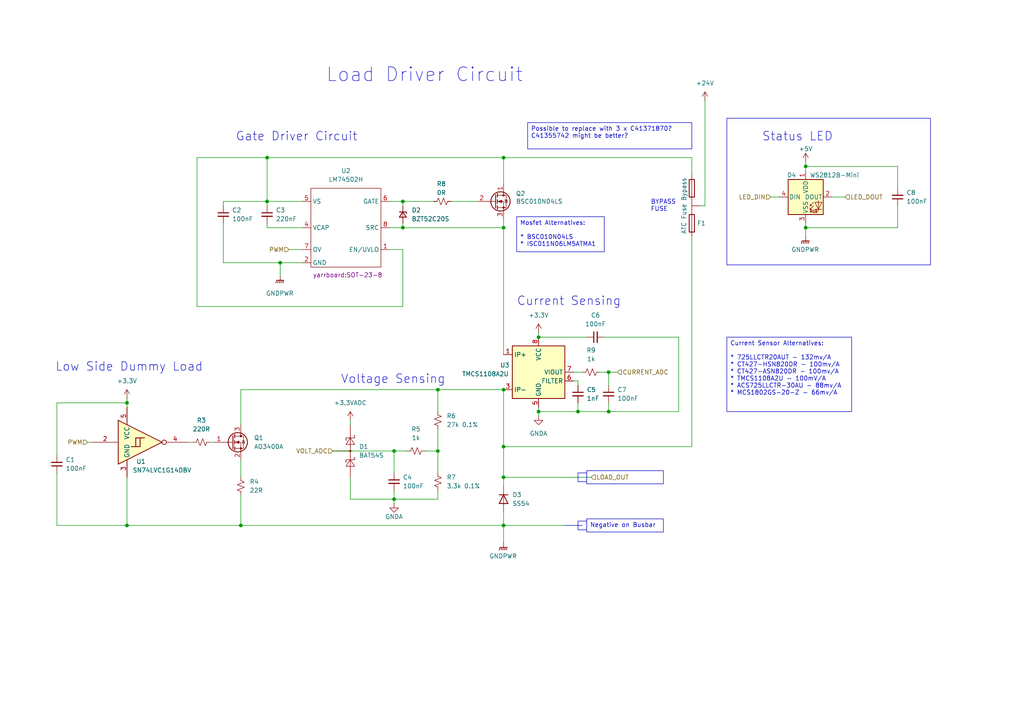
<source format=kicad_sch>
(kicad_sch (version 20250114) (generator "eeschema") (generator_version "9.0")
  (paper "A4")
  (title_block (title "FrothFET 8CH") (date "2024-08-21") (rev "E") (company "https://github.com/hoeken/frothfet"))
  (lib_symbols
    (symbol "74xGxx:SN74LVC1G14DBV"
      (property "Reference" "U" (at 0 3.81 0))
      (property "Value" "SN74LVC1G14DBV" (at 0 -3.81 0))
      (symbol "SN74LVC1G14DBV_0_1"
        (polyline (pts (xy -7.62 6.35) (xy -7.62 -6.35) (xy 5.08 0) (xy -7.62 6.35)) (stroke (width 0.254)) (fill (type background)))
      )
      (symbol "SN74LVC1G14DBV_1_1"
        (polyline (pts (xy -3.81 -1.27) (xy -1.27 -1.27) (xy -1.27 1.27)) (stroke (width 0.254)))
        (polyline (pts (xy -2.54 -1.27) (xy -2.54 1.27) (xy 0 1.27)) (stroke (width 0.254)))
        (pin input line (at -15.24 0 0) (length 7.62) (name "~") (number "2"))
        (pin no_connect line (at -7.62 5.08 180) (length 5.08) (hide yes) (name "NC") (number "1"))
        (pin power_in line (at -5.08 10.16 270) (length 5.08) (name "VCC") (number "5"))
        (pin power_in line (at -5.08 -10.16 90) (length 5.08) (name "GND") (number "3"))
        (pin output inverted (at 12.7 0 180) (length 7.62) (name "~") (number "4"))
      )
    )
    (symbol "Device:C_Small" (pin_numbers (hide yes)) (pin_names (offset 0.254) (hide yes))
      (property "Reference" "C" (at 0.254 1.778 0))
      (property "Value" "C_Small" (at 0.254 -2.032 0))
      (symbol "C_Small_0_1"
        (polyline (pts (xy -1.524 0.508) (xy 1.524 0.508)) (stroke (width 0.3048)))
        (polyline (pts (xy -1.524 -0.508) (xy 1.524 -0.508)) (stroke (width 0.3302)))
      )
      (symbol "C_Small_1_1"
        (pin passive line (at 0 2.54 270) (length 2.032) (name "~") (number "1"))
        (pin passive line (at 0 -2.54 90) (length 2.032) (name "~") (number "2"))
      )
    )
    (symbol "Device:D_Zener_Small" (pin_numbers (hide yes)) (pin_names (offset 0.254) (hide yes))
      (property "Reference" "D" (at 0 2.286 0))
      (property "Value" "D_Zener_Small" (at 0 -2.286 0))
      (symbol "D_Zener_Small_0_1"
        (polyline (pts (xy -0.254 1.016) (xy -0.762 1.016) (xy -0.762 -1.016)) (stroke (width 0.254)))
        (polyline (pts (xy 0.762 1.016) (xy -0.762 0) (xy 0.762 -1.016) (xy 0.762 1.016)) (stroke (width 0.254)))
        (polyline (pts (xy 0.762 0) (xy -0.762 0)))
      )
      (symbol "D_Zener_Small_1_1"
        (pin passive line (at -2.54 0 0) (length 1.778) (name "K") (number "1"))
        (pin passive line (at 2.54 0 180) (length 1.778) (name "A") (number "2"))
      )
    )
    (symbol "Device:R_Small_US" (pin_numbers (hide yes)) (pin_names (offset 0.254) (hide yes))
      (property "Reference" "R" (at 0.762 0.508 0))
      (property "Value" "R_Small_US" (at 0.762 -1.016 0))
      (symbol "R_Small_US_1_1"
        (polyline (pts (xy 0 1.524) (xy 1.016 1.143) (xy 0 0.762) (xy -1.016 0.381) (xy 0 0)))
        (polyline (pts (xy 0 0) (xy 1.016 -0.381) (xy 0 -0.762) (xy -1.016 -1.143) (xy 0 -1.524)))
        (pin passive line (at 0 2.54 270) (length 1.016) (name "~") (number "1"))
        (pin passive line (at 0 -2.54 90) (length 1.016) (name "~") (number "2"))
      )
    )
    (symbol "Diode:BAT54S" (pin_numbers (hide yes)) (pin_names (offset 0) (hide yes))
      (property "Reference" "D" (at 2.54 -5.08 0))
      (property "Value" "BAT54S" (at -6.35 3.175 0))
      (symbol "BAT54S_0_1"
        (polyline (pts (xy -4.445 1.27) (xy -4.445 -1.27) (xy -2.54 0) (xy -4.445 1.27)))
        (polyline (pts (xy -3.81 0) (xy -1.27 0)))
        (polyline (pts (xy -3.175 -1.27) (xy -3.175 -1.016)))
        (polyline (pts (xy -2.54 1.27) (xy -1.905 1.27)))
        (polyline (pts (xy -2.54 -1.27) (xy -3.175 -1.27)))
        (polyline (pts (xy -2.54 -1.27) (xy -2.54 1.27)))
        (polyline (pts (xy -1.905 1.27) (xy -1.905 1.016)))
        (polyline (pts (xy -1.905 0) (xy 1.905 0)))
        (circle (center 0 0) (radius 0.254) (fill (type outline)))
        (polyline (pts (xy 1.27 0) (xy 3.81 0)))
        (polyline (pts (xy 1.905 1.27) (xy 1.905 -1.27) (xy 3.81 0) (xy 1.905 1.27)))
        (polyline (pts (xy 3.175 -1.27) (xy 3.175 -1.016)))
        (polyline (pts (xy 3.81 1.27) (xy 4.445 1.27)))
        (polyline (pts (xy 3.81 -1.27) (xy 3.175 -1.27)))
        (polyline (pts (xy 3.81 -1.27) (xy 3.81 1.27)))
        (polyline (pts (xy 4.445 1.27) (xy 4.445 1.016)))
      )
      (symbol "BAT54S_1_1"
        (pin passive line (at -7.62 0 0) (length 3.81) (name "A") (number "1"))
        (pin passive line (at 0 -5.08 90) (length 5.08) (name "COM") (number "3"))
        (pin passive line (at 7.62 0 180) (length 3.81) (name "K") (number "2"))
      )
    )
    (symbol "Diode:MRA4004T3G" (pin_numbers (hide yes)) (pin_names (hide yes))
      (property "Reference" "D" (at 0 2.54 0))
      (property "Value" "MRA4004T3G" (at 0 -2.54 0))
      (symbol "MRA4004T3G_0_1"
        (polyline (pts (xy -1.27 1.27) (xy -1.27 -1.27)) (stroke (width 0.254)))
        (polyline (pts (xy 1.27 1.27) (xy 1.27 -1.27) (xy -1.27 0) (xy 1.27 1.27)) (stroke (width 0.254)))
        (polyline (pts (xy 1.27 0) (xy -1.27 0)))
      )
      (symbol "MRA4004T3G_1_1"
        (pin passive line (at -3.81 0 0) (length 2.54) (name "K") (number "1"))
        (pin passive line (at 3.81 0 180) (length 2.54) (name "A") (number "2"))
      )
    )
    (symbol "LED:WS2812B" (pin_names (offset 0.254))
      (property "Reference" "D" (at 5.08 5.715 0))
      (property "Value" "WS2812B" (at 1.27 -5.715 0))
      (symbol "WS2812B_0_0"
        (text "RGB" (at 2.286 -4.191 0) (effects (font (size 0.762 0.762))))
      )
      (symbol "WS2812B_0_1"
        (polyline (pts (xy 1.27 -2.54) (xy 1.778 -2.54)))
        (polyline (pts (xy 1.27 -3.556) (xy 1.778 -3.556)))
        (polyline (pts (xy 2.286 -1.524) (xy 1.27 -2.54) (xy 1.27 -2.032)))
        (polyline (pts (xy 2.286 -2.54) (xy 1.27 -3.556) (xy 1.27 -3.048)))
        (polyline (pts (xy 3.683 -1.016) (xy 3.683 -3.556) (xy 3.683 -4.064)))
        (polyline (pts (xy 4.699 -1.524) (xy 2.667 -1.524) (xy 3.683 -3.556) (xy 4.699 -1.524)))
        (polyline (pts (xy 4.699 -3.556) (xy 2.667 -3.556)))
        (rectangle (start 5.08 5.08) (end -5.08 -5.08) (stroke (width 0.254)) (fill (type background)))
      )
      (symbol "WS2812B_1_1"
        (pin input line (at -7.62 0 0) (length 2.54) (name "DIN") (number "4"))
        (pin power_in line (at 0 7.62 270) (length 2.54) (name "VDD") (number "1"))
        (pin power_in line (at 0 -7.62 90) (length 2.54) (name "VSS") (number "3"))
        (pin output line (at 7.62 0 180) (length 2.54) (name "DOUT") (number "2"))
      )
    )
    (symbol "Sensor_Current:ACS725xLCTR-20AU"
      (property "Reference" "U" (at 2.54 11.43 0))
      (property "Value" "ACS725xLCTR-20AU" (at 2.54 8.89 0))
      (symbol "ACS725xLCTR-20AU_0_1"
        (rectangle (start -7.62 7.62) (end 7.62 -7.62) (stroke (width 0.254)) (fill (type background)))
      )
      (symbol "ACS725xLCTR-20AU_1_1"
        (pin passive line (at -10.16 5.08 0) (length 2.54) (name "IP+") (number "1"))
        (pin passive line (at -10.16 5.08 0) (length 2.54) (hide yes) (name "IP+") (number "2"))
        (pin passive line (at -10.16 -5.08 0) (length 2.54) (name "IP-") (number "3"))
        (pin passive line (at -10.16 -5.08 0) (length 2.54) (hide yes) (name "IP-") (number "4"))
        (pin power_in line (at 0 10.16 270) (length 2.54) (name "VCC") (number "8"))
        (pin power_in line (at 0 -10.16 90) (length 2.54) (name "GND") (number "5"))
        (pin output line (at 10.16 0 180) (length 2.54) (name "VIOUT") (number "7"))
        (pin passive line (at 10.16 -2.54 180) (length 2.54) (name "FILTER") (number "6"))
      )
    )
    (symbol "Transistor_FET:AO3400A" (pin_names (offset 0) (hide yes))
      (property "Reference" "Q" (at 5.08 1.905 0))
      (property "Value" "AO3400A" (at 5.08 0 0))
      (symbol "AO3400A_0_1"
        (polyline (pts (xy 0.254 1.905) (xy 0.254 -1.905)) (stroke (width 0.254)))
        (polyline (pts (xy 0.254 0) (xy -2.54 0)))
        (polyline (pts (xy 0.762 2.286) (xy 0.762 1.27)) (stroke (width 0.254)))
        (polyline (pts (xy 0.762 0.508) (xy 0.762 -0.508)) (stroke (width 0.254)))
        (polyline (pts (xy 0.762 -1.27) (xy 0.762 -2.286)) (stroke (width 0.254)))
        (polyline (pts (xy 0.762 -1.778) (xy 3.302 -1.778) (xy 3.302 1.778) (xy 0.762 1.778)))
        (polyline (pts (xy 1.016 0) (xy 2.032 0.381) (xy 2.032 -0.381) (xy 1.016 0)) (fill (type outline)))
        (circle (center 1.651 0) (radius 2.794) (stroke (width 0.254)))
        (polyline (pts (xy 2.54 2.54) (xy 2.54 1.778)))
        (circle (center 2.54 1.778) (radius 0.254) (fill (type outline)))
        (circle (center 2.54 -1.778) (radius 0.254) (fill (type outline)))
        (polyline (pts (xy 2.54 -2.54) (xy 2.54 0) (xy 0.762 0)))
        (polyline (pts (xy 2.921 0.381) (xy 3.683 0.381)))
        (polyline (pts (xy 3.302 0.381) (xy 2.921 -0.254) (xy 3.683 -0.254) (xy 3.302 0.381)))
      )
      (symbol "AO3400A_1_1"
        (pin input line (at -5.08 0 0) (length 2.54) (name "G") (number "1"))
        (pin passive line (at 2.54 5.08 270) (length 2.54) (name "D") (number "3"))
        (pin passive line (at 2.54 -5.08 90) (length 2.54) (name "S") (number "2"))
      )
    )
    (symbol "Transistor_FET:IRF7480M" (pin_names (hide yes))
      (property "Reference" "Q" (at 5.08 1.905 0))
      (property "Value" "IRF7480M" (at 5.08 0 0))
      (symbol "IRF7480M_0_1"
        (polyline (pts (xy 0.254 1.905) (xy 0.254 -1.905)) (stroke (width 0.254)))
        (polyline (pts (xy 0.254 0) (xy -2.54 0)))
        (polyline (pts (xy 0.762 2.286) (xy 0.762 1.27)) (stroke (width 0.254)))
        (polyline (pts (xy 0.762 0.508) (xy 0.762 -0.508)) (stroke (width 0.254)))
        (polyline (pts (xy 0.762 -1.27) (xy 0.762 -2.286)) (stroke (width 0.254)))
        (polyline (pts (xy 0.762 -1.778) (xy 3.302 -1.778) (xy 3.302 1.778) (xy 0.762 1.778)))
        (polyline (pts (xy 1.016 0) (xy 2.032 0.381) (xy 2.032 -0.381) (xy 1.016 0)) (fill (type outline)))
        (circle (center 1.651 0) (radius 2.794) (stroke (width 0.254)))
        (polyline (pts (xy 2.54 2.54) (xy 2.54 1.778)))
        (circle (center 2.54 1.778) (radius 0.254) (fill (type outline)))
        (circle (center 2.54 -1.778) (radius 0.254) (fill (type outline)))
        (polyline (pts (xy 2.54 -2.54) (xy 2.54 0) (xy 0.762 0)))
        (polyline (pts (xy 2.794 0.508) (xy 2.921 0.381) (xy 3.683 0.381) (xy 3.81 0.254)))
        (polyline (pts (xy 3.302 0.381) (xy 2.921 -0.254) (xy 3.683 -0.254) (xy 3.302 0.381)))
      )
      (symbol "IRF7480M_1_1"
        (pin input line (at -5.08 0 0) (length 2.54) (name "G") (number "2"))
        (pin passive line (at 2.54 5.08 270) (length 2.54) (name "D") (number "1"))
        (pin passive line (at 2.54 -5.08 90) (length 2.54) (name "S") (number "3"))
      )
    )
    (symbol "power:+24V" (power) (pin_numbers (hide yes)) (pin_names (offset 0) (hide yes))
      (property "Value" "+24V" (at 0 3.556 0))
      (symbol "+24V_0_1"
        (polyline (pts (xy -0.762 1.27) (xy 0 2.54)))
        (polyline (pts (xy 0 2.54) (xy 0.762 1.27)))
        (polyline (pts (xy 0 0) (xy 0 2.54)))
      )
      (symbol "+24V_1_1"
        (pin power_in line (at 0 0 90) (length 0) (name "~") (number "1"))
      )
    )
    (symbol "power:+3.3V" (power) (pin_numbers (hide yes)) (pin_names (offset 0) (hide yes))
      (property "Value" "+3.3V" (at 0 3.556 0))
      (symbol "+3.3V_0_1"
        (polyline (pts (xy -0.762 1.27) (xy 0 2.54)))
        (polyline (pts (xy 0 2.54) (xy 0.762 1.27)))
        (polyline (pts (xy 0 0) (xy 0 2.54)))
      )
      (symbol "+3.3V_1_1"
        (pin power_in line (at 0 0 90) (length 0) (name "~") (number "1"))
      )
    )
    (symbol "power:+3.3VADC" (power) (pin_numbers (hide yes)) (pin_names (offset 0) (hide yes))
      (property "Value" "+3.3VADC" (at 0 3.556 0))
      (symbol "+3.3VADC_0_0"
        (pin power_in line (at 0 0 90) (length 0) (name "~") (number "1"))
      )
      (symbol "+3.3VADC_0_1"
        (polyline (pts (xy -0.762 1.27) (xy 0 2.54)))
        (polyline (pts (xy 0 2.54) (xy 0.762 1.27)))
        (polyline (pts (xy 0 0) (xy 0 2.54)))
      )
    )
    (symbol "power:+5V" (power) (pin_numbers (hide yes)) (pin_names (offset 0) (hide yes))
      (property "Value" "+5V" (at 0 3.556 0))
      (symbol "+5V_0_1"
        (polyline (pts (xy -0.762 1.27) (xy 0 2.54)))
        (polyline (pts (xy 0 2.54) (xy 0.762 1.27)))
        (polyline (pts (xy 0 0) (xy 0 2.54)))
      )
      (symbol "+5V_1_1"
        (pin power_in line (at 0 0 90) (length 0) (name "~") (number "1"))
      )
    )
    (symbol "power:GNDA" (power) (pin_numbers (hide yes)) (pin_names (offset 0) (hide yes))
      (property "Value" "GNDA" (at 0 -3.81 0))
      (symbol "GNDA_0_1"
        (polyline (pts (xy 0 0) (xy 0 -1.27) (xy 1.27 -1.27) (xy 0 -2.54) (xy -1.27 -1.27) (xy 0 -1.27)))
      )
      (symbol "GNDA_1_1"
        (pin power_in line (at 0 0 270) (length 0) (name "~") (number "1"))
      )
    )
    (symbol "power:GNDPWR" (power) (pin_numbers (hide yes)) (pin_names (offset 0) (hide yes))
      (property "Value" "GNDPWR" (at 0 -3.302 0))
      (symbol "GNDPWR_0_1"
        (polyline (pts (xy -1.016 -1.27) (xy -1.27 -2.032) (xy -1.27 -2.032)) (stroke (width 0.2032)))
        (polyline (pts (xy -0.508 -1.27) (xy -0.762 -2.032) (xy -0.762 -2.032)) (stroke (width 0.2032)))
        (polyline (pts (xy 0 -1.27) (xy 0 0)))
        (polyline (pts (xy 0 -1.27) (xy -0.254 -2.032) (xy -0.254 -2.032)) (stroke (width 0.2032)))
        (polyline (pts (xy 0.508 -1.27) (xy 0.254 -2.032) (xy 0.254 -2.032)) (stroke (width 0.2032)))
        (polyline (pts (xy 1.016 -1.27) (xy -1.016 -1.27) (xy -1.016 -1.27)) (stroke (width 0.2032)))
        (polyline (pts (xy 1.016 -1.27) (xy 0.762 -2.032) (xy 0.762 -2.032) (xy 0.762 -2.032)) (stroke (width 0.2032)))
      )
      (symbol "GNDPWR_1_1"
        (pin power_in line (at 0 0 270) (length 0) (name "~") (number "1"))
      )
    )
    (symbol "yarrboard:ATC Fuse Bypass" (pin_numbers (hide yes)) (pin_names (offset 0))
      (property "Reference" "F" (at 2.032 5.08 90))
      (property "Value" "ATC Fuse Bypass" (at -1.905 5.08 90))
      (symbol "ATC Fuse Bypass_0_1"
        (rectangle (start -0.762 2.54) (end 0.762 7.62) (stroke (width 0.254)))
        (rectangle (start -0.762 -7.62) (end 0.762 -2.54) (stroke (width 0.254)))
        (polyline (pts (xy 0 7.62) (xy 0 2.54)))
        (polyline (pts (xy 0 2.54) (xy 0 -2.54)))
        (polyline (pts (xy 0 -2.54) (xy 0 -7.62)))
        (polyline (pts (xy 1.27 0) (xy 0 0)))
      )
      (symbol "ATC Fuse Bypass_1_1"
        (pin passive line (at 0 8.89 270) (length 1.27) (name "~") (number "1"))
        (pin passive line (at 0 -8.89 90) (length 1.27) (name "~") (number "3"))
        (pin passive line (at 2.54 0 180) (length 1.27) (name "~") (number "2"))
      )
    )
    (symbol "yarrboard:LM74502H"
      (property "Reference" "U" (at -9.652 13.716 0))
      (property "Value" "LM74502H" (at -5.334 11.43 0))
      (symbol "LM74502H_0_1"
        (rectangle (start -10.16 10.16) (end 10.16 -12.7))
      )
      (symbol "LM74502H_1_1"
        (pin input line (at -12.7 6.35 0) (length 2.54) (name "VS") (number "5"))
        (pin input line (at -12.7 -1.27 0) (length 2.54) (name "VCAP") (number "4"))
        (pin input line (at -12.7 -7.62 0) (length 2.54) (name "OV") (number "7"))
        (pin input line (at -12.7 -11.43 0) (length 2.54) (name "GND") (number "2"))
        (pin input line (at 12.7 6.35 180) (length 2.54) (name "GATE") (number "6"))
        (pin input line (at 12.7 -1.27 180) (length 2.54) (name "SRC") (number "8"))
        (pin input line (at 12.7 -7.62 180) (length 2.54) (name "EN/UVLO") (number "1"))
        (pin no_connect line (at 12.7 -11.43 180) (length 2.54) (hide yes) (name "NC") (number "3"))
      )
    )
  )
  (rectangle (start 167.64 137.16) (end 170.18 139.7))
  (rectangle (start 210.82 34.29) (end 269.875 76.835))
  (rectangle (start 167.64 151.13) (end 170.18 153.67))
  (text "Low Side Dummy Load" (at 16.002 107.95 0) (effects (font (size 2.5 2.5)) (justify left bottom)))
  (text "Current Sensing" (at 149.86 88.9 0) (effects (font (size 2.5 2.5)) (justify left bottom)))
  (text "Voltage Sensing\n" (at 98.806 111.506 0) (effects (font (size 2.5 2.5)) (justify left bottom)))
  (text "Load Driver Circuit" (at 94.488 24.13 0) (effects (font (size 4 4)) (justify left bottom)))
  (text "Status LED" (at 220.98 41.148 0) (effects (font (size 2.5 2.5)) (justify left bottom)))
  (text "BYPASS\nFUSE" (at 188.722 61.468 0) (effects (font (size 1.27 1.27)) (justify left bottom)))
  (text "Gate Driver Circuit" (at 68.326 41.148 0) (effects (font (size 2.5 2.5)) (justify left bottom)))
  (text_box "" (at 170.18 136.525 0) (size 22.225 3.81) (margins 0.9525 0.9525 0.9525 0.9525) (effects (font (size 1.27 1.27)) (justify left top)))
  (text_box "Mosfet Alternatives:\n\n* BSC010N04LS\n* ISC011N06LM5ATMA1\n" (at 149.86 62.865 0) (size 25.4 10.16) (margins 0.9525 0.9525 0.9525 0.9525) (effects (font (size 1.27 1.27)) (justify left top)))
  (text_box "Negative on Busbar" (at 170.18 150.495 0) (size 22.225 3.81) (margins 0.9525 0.9525 0.9525 0.9525) (effects (font (size 1.27 1.27)) (justify left top)))
  (text_box "Current Sensor Alternatives:\n\n* 725LLCTR20AUT - 132mv/A\n* CT427-HSN820DR - 100mv/A\n* CT427-ASN820DR - 100mv/A\n* TMCS1108A2U - 100mV/A\n* ACS725LLCTR-30AU - 88mv/A\n* MCS1802GS-20-Z - 66mv/A\n" (at 210.82 97.79 0) (size 36.195 21.59) (margins 0.9525 0.9525 0.9525 0.9525) (effects (font (size 1.27 1.27)) (justify left top)))
  (text_box "Possible to replace with 3 x C41371870?\nC41355742 might be better?" (at 153.035 35.56 0) (size 47.625 7.62) (margins 0.9525 0.9525 0.9525 0.9525) (effects (font (size 1.27 1.27)) (justify left top)))
  (junction (at 69.85 152.4))
  (junction (at 127 113.03))
  (junction (at 146.05 129.54))
  (junction (at 77.47 58.42))
  (junction (at 114.3 144.78))
  (junction (at 114.3 130.81))
  (junction (at 176.53 119.38))
  (junction (at 77.47 45.72))
  (junction (at 116.84 66.04))
  (junction (at 81.28 76.2))
  (junction (at 146.05 138.43))
  (junction (at 36.83 116.84))
  (junction (at 36.83 152.4))
  (junction (at 156.21 97.79))
  (junction (at 146.05 45.72))
  (junction (at 156.21 119.38))
  (junction (at 146.05 66.04))
  (junction (at 167.64 119.38))
  (junction (at 176.53 107.95))
  (junction (at 233.68 66.04))
  (junction (at 146.05 152.4))
  (junction (at 116.84 58.42))
  (junction (at 127 130.81))
  (junction (at 233.68 48.26))
  (junction (at 146.05 113.03))
  (wire (pts (xy 167.64 110.49) (xy 167.64 111.76)))
  (wire (pts (xy 114.3 130.81) (xy 118.11 130.81)))
  (wire (pts (xy 166.37 107.95) (xy 168.91 107.95)))
  (wire (pts (xy 113.03 66.04) (xy 116.84 66.04)))
  (wire (pts (xy 146.05 152.4) (xy 146.05 157.48)))
  (wire (pts (xy 127 113.03) (xy 69.85 113.03)))
  (wire (pts (xy 200.66 68.58) (xy 200.66 129.54)))
  (wire (pts (xy 146.05 113.03) (xy 127 113.03)))
  (wire (pts (xy 146.05 138.43) (xy 171.45 138.43)))
  (wire (pts (xy 116.84 88.9) (xy 57.15 88.9)))
  (wire (pts (xy 146.05 152.4) (xy 163.83 152.4)))
  (wire (pts (xy 146.05 45.72) (xy 146.05 53.34)))
  (wire (pts (xy 116.84 66.04) (xy 146.05 66.04)))
  (wire (pts (xy 156.21 97.79) (xy 170.18 97.79)))
  (wire (pts (xy 156.21 119.38) (xy 156.21 118.11)))
  (wire (pts (xy 200.66 45.72) (xy 200.66 50.8)))
  (wire (pts (xy 146.05 63.5) (xy 146.05 66.04)))
  (wire (pts (xy 233.68 64.77) (xy 233.68 66.04)))
  (wire (pts (xy 116.84 58.42) (xy 125.73 58.42)))
  (wire (pts (xy 77.47 66.04) (xy 77.47 64.77)))
  (wire (pts (xy 77.47 58.42) (xy 77.47 59.69)))
  (wire (pts (xy 57.15 88.9) (xy 57.15 45.72)))
  (wire (pts (xy 173.99 107.95) (xy 176.53 107.95)))
  (wire (pts (xy 146.05 66.04) (xy 146.05 102.87)))
  (wire (pts (xy 130.81 58.42) (xy 138.43 58.42)))
  (wire (pts (xy 36.83 138.43) (xy 36.83 152.4)))
  (wire (pts (xy 241.3 57.15) (xy 245.11 57.15)))
  (wire (pts (xy 69.85 133.35) (xy 69.85 138.43)))
  (wire (pts (xy 176.53 107.95) (xy 179.07 107.95)))
  (wire (pts (xy 36.83 115.57) (xy 36.83 116.84)))
  (wire (pts (xy 36.83 116.84) (xy 16.51 116.84)))
  (wire (pts (xy 77.47 45.72) (xy 77.47 58.42)))
  (wire (pts (xy 260.35 59.69) (xy 260.35 66.04)))
  (wire (pts (xy 69.85 113.03) (xy 69.85 123.19)))
  (wire (pts (xy 127 113.03) (xy 127 119.38)))
  (wire (pts (xy 156.21 96.52) (xy 156.21 97.79)))
  (wire (pts (xy 196.85 119.38) (xy 176.53 119.38)))
  (wire (pts (xy 146.05 113.03) (xy 146.05 129.54)))
  (wire (pts (xy 116.84 72.39) (xy 116.84 88.9)))
  (wire (pts (xy 127 124.46) (xy 127 130.81)))
  (wire (pts (xy 176.53 107.95) (xy 176.53 111.76)))
  (polyline (pts (xy 163.83 152.4) (xy 168.91 152.4)))
  (wire (pts (xy 233.68 48.26) (xy 260.35 48.26)))
  (wire (pts (xy 101.6 138.43) (xy 101.6 144.78)))
  (wire (pts (xy 36.83 152.4) (xy 16.51 152.4)))
  (wire (pts (xy 233.68 66.04) (xy 233.68 68.58)))
  (wire (pts (xy 54.61 128.27) (xy 55.88 128.27)))
  (wire (pts (xy 69.85 152.4) (xy 146.05 152.4)))
  (wire (pts (xy 114.3 146.05) (xy 114.3 144.78)))
  (wire (pts (xy 203.2 59.69) (xy 204.47 59.69)))
  (wire (pts (xy 167.64 119.38) (xy 176.53 119.38)))
  (wire (pts (xy 127 130.81) (xy 127 137.16)))
  (wire (pts (xy 175.26 97.79) (xy 196.85 97.79)))
  (wire (pts (xy 83.82 72.39) (xy 87.63 72.39)))
  (wire (pts (xy 116.84 58.42) (xy 116.84 59.69)))
  (wire (pts (xy 223.52 57.15) (xy 226.06 57.15)))
  (wire (pts (xy 101.6 144.78) (xy 114.3 144.78)))
  (wire (pts (xy 260.35 66.04) (xy 233.68 66.04)))
  (wire (pts (xy 114.3 144.78) (xy 127 144.78)))
  (wire (pts (xy 233.68 46.99) (xy 233.68 48.26)))
  (wire (pts (xy 233.68 48.26) (xy 233.68 49.53)))
  (wire (pts (xy 60.96 128.27) (xy 62.23 128.27)))
  (wire (pts (xy 146.05 45.72) (xy 200.66 45.72)))
  (wire (pts (xy 81.28 76.2) (xy 81.28 80.01)))
  (wire (pts (xy 146.05 129.54) (xy 146.05 138.43)))
  (wire (pts (xy 69.85 143.51) (xy 69.85 152.4)))
  (wire (pts (xy 114.3 142.24) (xy 114.3 144.78)))
  (wire (pts (xy 16.51 116.84) (xy 16.51 132.08)))
  (wire (pts (xy 146.05 148.59) (xy 146.05 152.4)))
  (wire (pts (xy 87.63 66.04) (xy 77.47 66.04)))
  (wire (pts (xy 196.85 97.79) (xy 196.85 119.38)))
  (wire (pts (xy 116.84 64.77) (xy 116.84 66.04)))
  (wire (pts (xy 16.51 152.4) (xy 16.51 137.16)))
  (wire (pts (xy 167.64 110.49) (xy 166.37 110.49)))
  (wire (pts (xy 156.21 119.38) (xy 156.21 120.65)))
  (wire (pts (xy 87.63 76.2) (xy 81.28 76.2)))
  (wire (pts (xy 114.3 130.81) (xy 114.3 137.16)))
  (wire (pts (xy 204.47 29.21) (xy 204.47 59.69)))
  (wire (pts (xy 200.66 129.54) (xy 146.05 129.54)))
  (wire (pts (xy 101.6 121.92) (xy 101.6 123.19)))
  (wire (pts (xy 96.52 130.81) (xy 114.3 130.81)))
  (wire (pts (xy 123.19 130.81) (xy 127 130.81)))
  (wire (pts (xy 64.77 58.42) (xy 64.77 59.69)))
  (wire (pts (xy 113.03 72.39) (xy 116.84 72.39)))
  (wire (pts (xy 113.03 58.42) (xy 116.84 58.42)))
  (wire (pts (xy 81.28 76.2) (xy 64.77 76.2)))
  (wire (pts (xy 176.53 116.84) (xy 176.53 119.38)))
  (wire (pts (xy 146.05 140.97) (xy 146.05 138.43)))
  (wire (pts (xy 127 144.78) (xy 127 142.24)))
  (wire (pts (xy 57.15 45.72) (xy 77.47 45.72)))
  (wire (pts (xy 36.83 152.4) (xy 69.85 152.4)))
  (wire (pts (xy 26.67 128.27) (xy 25.4 128.27)))
  (wire (pts (xy 77.47 58.42) (xy 87.63 58.42)))
  (wire (pts (xy 36.83 116.84) (xy 36.83 118.11)))
  (wire (pts (xy 167.64 119.38) (xy 167.64 116.84)))
  (polyline (pts (xy 163.83 138.43) (xy 168.91 138.43)))
  (wire (pts (xy 64.77 76.2) (xy 64.77 64.77)))
  (wire (pts (xy 156.21 119.38) (xy 167.64 119.38)))
  (wire (pts (xy 260.35 48.26) (xy 260.35 54.61)))
  (wire (pts (xy 77.47 58.42) (xy 64.77 58.42)))
  (wire (pts (xy 146.05 45.72) (xy 77.47 45.72)))
  (hierarchical_label "LED_DOUT" (shape input) (at 245.11 57.15 0))
  (hierarchical_label "PWM" (shape input) (at 83.82 72.39 180))
  (hierarchical_label "LOAD_OUT" (shape input) (at 171.45 138.43 0))
  (hierarchical_label "CURRENT_ADC" (shape input) (at 179.07 107.95 0))
  (hierarchical_label "LED_DIN" (shape input) (at 223.52 57.15 180))
  (hierarchical_label "VOLT_ADC" (shape input) (at 96.52 130.81 180))
  (hierarchical_label "PWM" (shape input) (at 25.4 128.27 180))
  (symbol (lib_id "Device:R_Small_US") (at 127 121.92 180) (unit 1)
    (property "Reference" "R6" (at 129.54 120.65 0) (effects (justify right)))
    (property "Value" "27k 0.1%" (at 129.54 123.19 0) (effects (justify right)))
    (property "Footprint" "Resistor_SMD:R_0603_1608Metric" (effects (hide yes)))
    (property "LCSC" "C309651" (effects (hide yes)))
    (instances (project "8ch-mosfet" (path "" (reference "R6") (unit 1)) (path "" (reference "R20") (unit 1)) (path "" (reference "R41") (unit 1)) (path "" (reference "R48") (unit 1)) (path "" (reference "R27") (unit 1)) (path "" (reference "R34") (unit 1)) (path "" (reference "R55") (unit 1)) (path "" (reference "R13") (unit 1))))
  )
  (symbol (lib_id "Device:R_Small_US") (at 58.42 128.27 270) (unit 1)
    (property "Reference" "R3" (at 58.42 121.92 90))
    (property "Value" "220R" (at 58.42 124.46 90))
    (property "Footprint" "Resistor_SMD:R_0603_1608Metric" (effects (hide yes)))
    (instances (project "frothfet" (path "" (reference "R3") (unit 1)) (path "" (reference "R17") (unit 1)) (path "" (reference "R38") (unit 1)) (path "" (reference "R45") (unit 1)) (path "" (reference "R24") (unit 1)) (path "" (reference "R31") (unit 1)) (path "" (reference "R52") (unit 1)) (path "" (reference "R10") (unit 1))))
  )
  (symbol (lib_id "LED:WS2812B") (at 233.68 57.15 0) (unit 1)
    (property "Reference" "D4" (at 229.616 50.8 0))
    (property "Value" "WS2812B-Mini" (at 242.062 50.8 0))
    (property "Footprint" "LED_SMD:LED_WS2812B-Mini_PLCC4_3.5x3.5mm" (effects (hide yes)))
    (property "Datasheet" "https://cdn-shop.adafruit.com/datasheets/WS2812B.pdf" (effects (hide yes)))
    (property "Description" "RGB LED with integrated controller" (effects (hide yes)))
    (property "LCSC" "C527089" (effects (hide yes)))
    (instances (project "frothfet" (path "" (reference "D4") (unit 1)) (path "" (reference "D12") (unit 1)) (path "" (reference "D24") (unit 1)) (path "" (reference "D28") (unit 1)) (path "" (reference "D16") (unit 1)) (path "" (reference "D20") (unit 1)) (path "" (reference "D32") (unit 1)) (path "" (reference "D8") (unit 1))))
  )
  (symbol (lib_id "Device:R_Small_US") (at 128.27 58.42 270) (unit 1)
    (property "Reference" "R8" (at 128.016 53.34 90))
    (property "Value" "0R" (at 128.016 55.88 90))
    (property "Footprint" "Resistor_SMD:R_0603_1608Metric" (effects (hide yes)))
    (instances (project "frothfet" (path "" (reference "R8") (unit 1)) (path "" (reference "R22") (unit 1)) (path "" (reference "R43") (unit 1)) (path "" (reference "R50") (unit 1)) (path "" (reference "R29") (unit 1)) (path "" (reference "R36") (unit 1)) (path "" (reference "R57") (unit 1)) (path "" (reference "R15") (unit 1))))
  )
  (symbol (lib_id "power:GNDPWR") (at 233.68 68.58 0) (unit 1)
    (property "Reference" "#PWR015" (effects (hide yes)))
    (property "Value" "GNDPWR" (at 233.553 72.39 0))
    (property "Description" "Power symbol creates a global label with name \"GNDPWR\" , global ground" (effects (hide yes)))
    (instances (project "frothfet" (path "" (reference "#PWR015") (unit 1)) (path "" (reference "#PWR035") (unit 1)) (path "" (reference "#PWR065") (unit 1)) (path "" (reference "#PWR075") (unit 1)) (path "" (reference "#PWR045") (unit 1)) (path "" (reference "#PWR055") (unit 1)) (path "" (reference "#PWR085") (unit 1)) (path "" (reference "#PWR025") (unit 1))))
  )
  (symbol (lib_id "74xGxx:SN74LVC1G14DBV") (at 41.91 128.27 0) (unit 1)
    (property "Reference" "U1" (at 40.894 133.858 0))
    (property "Value" "SN74LVC1G14DBV" (at 46.99 136.398 0))
    (property "Footprint" "Package_TO_SOT_SMD:SOT-23-5" (effects (hide yes)))
    (property "Datasheet" "https://www.ti.com/lit/ds/symlink/sn74lvc1g14.pdf" (effects (hide yes)))
    (property "Description" "Single Schmitt NOT Gate, Low-Voltage CMOS, SOT-23" (effects (hide yes)))
    (instances (project "" (path "" (reference "U1") (unit 1)) (path "" (reference "U7") (unit 1)) (path "" (reference "U16") (unit 1)) (path "" (reference "U19") (unit 1)) (path "" (reference "U10") (unit 1)) (path "" (reference "U13") (unit 1)) (path "" (reference "U22") (unit 1)) (path "" (reference "U4") (unit 1))))
  )
  (symbol (lib_id "yarrboard:ATC Fuse Bypass") (at 200.66 59.69 0) (unit 1)
    (property "Reference" "F1" (at 202.184 64.77 0) (effects (justify left)))
    (property "Value" "ATC Fuse Bypass" (at 198.374 59.69 90))
    (property "Footprint" "yarrboard:ATC Bypass Fuse" (effects (hide yes)))
    (property "Description" "Fuse" (effects (hide yes)))
    (property "Mouser" "534-3522-3 " (effects (hide yes)))
    (property "LCSC" "C3204220" (effects (hide yes)))
    (instances (project "8ch-mosfet" (path "" (reference "F1") (unit 1)) (path "" (reference "F3") (unit 1)) (path "" (reference "F6") (unit 1)) (path "" (reference "F7") (unit 1)) (path "" (reference "F4") (unit 1)) (path "" (reference "F5") (unit 1)) (path "" (reference "F8") (unit 1)) (path "" (reference "F2") (unit 1))))
  )
  (symbol (lib_id "power:GNDPWR") (at 81.28 80.01 0) (unit 1)
    (property "Reference" "#PWR07" (effects (hide yes)))
    (property "Value" "GNDPWR" (at 81.153 85.09 0))
    (property "Description" "Power symbol creates a global label with name \"GNDPWR\" , global ground" (effects (hide yes)))
    (instances (project "frothfet" (path "" (reference "#PWR07") (unit 1)) (path "" (reference "#PWR027") (unit 1)) (path "" (reference "#PWR057") (unit 1)) (path "" (reference "#PWR067") (unit 1)) (path "" (reference "#PWR037") (unit 1)) (path "" (reference "#PWR047") (unit 1)) (path "" (reference "#PWR077") (unit 1)) (path "" (reference "#PWR017") (unit 1))))
  )
  (symbol (lib_id "power:+3.3VADC") (at 101.6 121.92 0) (unit 1)
    (property "Reference" "#PWR08" (effects (hide yes)))
    (property "Value" "+3.3VADC" (at 101.6 116.84 0))
    (property "Description" "Power symbol creates a global label with name \"+3.3VADC\"" (effects (hide yes)))
    (instances (project "frothfet" (path "" (reference "#PWR08") (unit 1)) (path "" (reference "#PWR028") (unit 1)) (path "" (reference "#PWR058") (unit 1)) (path "" (reference "#PWR068") (unit 1)) (path "" (reference "#PWR038") (unit 1)) (path "" (reference "#PWR048") (unit 1)) (path "" (reference "#PWR078") (unit 1)) (path "" (reference "#PWR018") (unit 1))))
  )
  (symbol (lib_id "Device:C_Small") (at 172.72 97.79 90) (unit 1)
    (property "Reference" "C6" (at 172.7263 91.44 90))
    (property "Value" "100nF" (at 172.7263 93.98 90))
    (property "Footprint" "Capacitor_SMD:C_0603_1608Metric" (effects (hide yes)))
    (instances (project "8ch-mosfet" (path "" (reference "C6") (unit 1)) (path "" (reference "C22") (unit 1)) (path "" (reference "C46") (unit 1)) (path "" (reference "C54") (unit 1)) (path "" (reference "C30") (unit 1)) (path "" (reference "C38") (unit 1)) (path "" (reference "C62") (unit 1)) (path "" (reference "C14") (unit 1))))
  )
  (symbol (lib_id "yarrboard:LM74502H") (at 100.33 64.77 0) (unit 1)
    (property "Reference" "U2" (at 100.33 49.53 0))
    (property "Value" "LM74502H" (at 100.33 52.07 0))
    (property "Footprint" "yarrboard:SOT-23-8" (at 100.838 79.756 0))
    (property "LCSC" "C5219203" (effects (hide yes)))
    (instances (project "" (path "" (reference "U2") (unit 1)) (path "" (reference "U8") (unit 1)) (path "" (reference "U17") (unit 1)) (path "" (reference "U20") (unit 1)) (path "" (reference "U11") (unit 1)) (path "" (reference "U14") (unit 1)) (path "" (reference "U23") (unit 1)) (path "" (reference "U5") (unit 1))))
  )
  (symbol (lib_id "Device:C_Small") (at 260.35 57.15 180) (unit 1)
    (property "Reference" "C8" (at 262.89 55.8735 0) (effects (justify right)))
    (property "Value" "100nF" (at 262.89 58.4135 0) (effects (justify right)))
    (property "Footprint" "Capacitor_SMD:C_0603_1608Metric" (effects (hide yes)))
    (instances (project "frothfet" (path "" (reference "C8") (unit 1)) (path "" (reference "C24") (unit 1)) (path "" (reference "C48") (unit 1)) (path "" (reference "C56") (unit 1)) (path "" (reference "C32") (unit 1)) (path "" (reference "C40") (unit 1)) (path "" (reference "C64") (unit 1)) (path "" (reference "C16") (unit 1))))
  )
  (symbol (lib_id "Device:C_Small") (at 176.53 114.3 0) (unit 1)
    (property "Reference" "C7" (at 179.07 113.0363 0) (effects (justify left)))
    (property "Value" "100nF" (at 179.07 115.5763 0) (effects (justify left)))
    (property "Footprint" "Capacitor_SMD:C_0603_1608Metric" (effects (hide yes)))
    (instances (project "8ch-mosfet" (path "" (reference "C7") (unit 1)) (path "" (reference "C23") (unit 1)) (path "" (reference "C47") (unit 1)) (path "" (reference "C55") (unit 1)) (path "" (reference "C31") (unit 1)) (path "" (reference "C39") (unit 1)) (path "" (reference "C63") (unit 1)) (path "" (reference "C15") (unit 1))))
  )
  (symbol (lib_id "Device:C_Small") (at 64.77 62.23 0) (unit 1)
    (property "Reference" "C2" (at 67.31 60.9663 0) (effects (justify left)))
    (property "Value" "100nF" (at 67.31 63.5063 0) (effects (justify left)))
    (property "Footprint" "Capacitor_SMD:C_0603_1608Metric" (effects (hide yes)))
    (instances (project "frothfet" (path "" (reference "C2") (unit 1)) (path "" (reference "C18") (unit 1)) (path "" (reference "C42") (unit 1)) (path "" (reference "C50") (unit 1)) (path "" (reference "C26") (unit 1)) (path "" (reference "C34") (unit 1)) (path "" (reference "C58") (unit 1)) (path "" (reference "C10") (unit 1))))
  )
  (symbol (lib_id "Device:D_Zener_Small") (at 116.84 62.23 270) (unit 1)
    (property "Reference" "D2" (at 119.38 60.9599 90) (effects (justify left)))
    (property "Value" "BZT52C20S" (at 119.38 63.4999 90) (effects (justify left)))
    (property "Footprint" "Diode_SMD:D_SOD-323" (effects (hide yes)))
    (property "Description" "Zener diode, small symbol" (effects (hide yes)))
    (instances (project "" (path "" (reference "D2") (unit 1)) (path "" (reference "D10") (unit 1)) (path "" (reference "D22") (unit 1)) (path "" (reference "D26") (unit 1)) (path "" (reference "D14") (unit 1)) (path "" (reference "D18") (unit 1)) (path "" (reference "D30") (unit 1)) (path "" (reference "D6") (unit 1))))
  )
  (symbol (lib_id "Device:R_Small_US") (at 171.45 107.95 270) (unit 1)
    (property "Reference" "R9" (at 171.45 101.6 90))
    (property "Value" "1k" (at 171.45 104.14 90))
    (property "Footprint" "Resistor_SMD:R_0603_1608Metric" (effects (hide yes)))
    (instances (project "8ch-mosfet" (path "" (reference "R9") (unit 1)) (path "" (reference "R23") (unit 1)) (path "" (reference "R44") (unit 1)) (path "" (reference "R51") (unit 1)) (path "" (reference "R30") (unit 1)) (path "" (reference "R37") (unit 1)) (path "" (reference "R58") (unit 1)) (path "" (reference "R16") (unit 1))))
  )
  (symbol (lib_id "Sensor_Current:ACS725xLCTR-20AU") (at 156.21 107.95 0) (unit 1)
    (property "Reference" "U3" (at 145.034 105.918 0) (effects (justify left)))
    (property "Value" "TMCS1108A2U" (at 147.574 108.458 0) (effects (justify right)))
    (property "Footprint" "yarrboard:ACS7XX" (effects (hide yes)))
    (property "Datasheet" "http://www.allegromicro.com/~/media/Files/Datasheets/ACS725-Datasheet.ashx?la=en" (effects (hide yes)))
    (property "Mouser" "250-725LLCTR20AUT" (effects (hide yes)))
    (instances (project "8ch-mosfet" (path "" (reference "U3") (unit 1)) (path "" (reference "U9") (unit 1)) (path "" (reference "U18") (unit 1)) (path "" (reference "U21") (unit 1)) (path "" (reference "U12") (unit 1)) (path "" (reference "U15") (unit 1)) (path "" (reference "U24") (unit 1)) (path "" (reference "U6") (unit 1))))
  )
  (symbol (lib_id "Device:C_Small") (at 167.64 114.3 0) (unit 1)
    (property "Reference" "C5" (at 170.18 113.0363 0) (effects (justify left)))
    (property "Value" "1nF" (at 170.18 115.5763 0) (effects (justify left)))
    (property "Footprint" "Capacitor_SMD:C_0603_1608Metric" (effects (hide yes)))
    (instances (project "8ch-mosfet" (path "" (reference "C5") (unit 1)) (path "" (reference "C21") (unit 1)) (path "" (reference "C45") (unit 1)) (path "" (reference "C53") (unit 1)) (path "" (reference "C29") (unit 1)) (path "" (reference "C37") (unit 1)) (path "" (reference "C61") (unit 1)) (path "" (reference "C13") (unit 1))))
  )
  (symbol (lib_id "Device:C_Small") (at 114.3 139.7 0) (unit 1)
    (property "Reference" "C4" (at 116.84 138.4363 0) (effects (justify left)))
    (property "Value" "100nF" (at 116.84 140.9763 0) (effects (justify left)))
    (property "Footprint" "Capacitor_SMD:C_0603_1608Metric" (effects (hide yes)))
    (instances (project "frothfet" (path "" (reference "C4") (unit 1)) (path "" (reference "C20") (unit 1)) (path "" (reference "C44") (unit 1)) (path "" (reference "C52") (unit 1)) (path "" (reference "C28") (unit 1)) (path "" (reference "C36") (unit 1)) (path "" (reference "C60") (unit 1)) (path "" (reference "C12") (unit 1))))
  )
  (symbol (lib_id "power:+5V") (at 233.68 46.99 0) (unit 1)
    (property "Reference" "#PWR014" (effects (hide yes)))
    (property "Value" "+5V" (at 233.68 43.18 0))
    (property "Description" "Power symbol creates a global label with name \"+5V\"" (effects (hide yes)))
    (instances (project "frothfet" (path "" (reference "#PWR014") (unit 1)) (path "" (reference "#PWR034") (unit 1)) (path "" (reference "#PWR064") (unit 1)) (path "" (reference "#PWR074") (unit 1)) (path "" (reference "#PWR044") (unit 1)) (path "" (reference "#PWR054") (unit 1)) (path "" (reference "#PWR084") (unit 1)) (path "" (reference "#PWR024") (unit 1))))
  )
  (symbol (lib_id "Diode:BAT54S") (at 101.6 130.81 270) (mirror x) (unit 1)
    (property "Reference" "D1" (at 104.14 129.54 90) (effects (justify left)))
    (property "Value" "BAT54S" (at 104.14 132.08 90) (effects (justify left)))
    (property "Footprint" "Package_TO_SOT_SMD:SOT-23" (effects (hide yes)))
    (property "Datasheet" "https://www.diodes.com/assets/Datasheets/ds11005.pdf" (effects (hide yes)))
    (property "LCSC" "C727126" (effects (hide yes)))
    (instances (project "frothfet" (path "" (reference "D1") (unit 1)) (path "" (reference "D9") (unit 1)) (path "" (reference "D21") (unit 1)) (path "" (reference "D25") (unit 1)) (path "" (reference "D13") (unit 1)) (path "" (reference "D17") (unit 1)) (path "" (reference "D29") (unit 1)) (path "" (reference "D5") (unit 1))))
  )
  (symbol (lib_id "power:GNDPWR") (at 146.05 157.48 0) (unit 1)
    (property "Reference" "#PWR010" (effects (hide yes)))
    (property "Value" "GNDPWR" (at 145.923 161.29 0))
    (property "Description" "Power symbol creates a global label with name \"GNDPWR\" , global ground" (effects (hide yes)))
    (instances (project "8ch-mosfet" (path "" (reference "#PWR010") (unit 1)) (path "" (reference "#PWR030") (unit 1)) (path "" (reference "#PWR060") (unit 1)) (path "" (reference "#PWR070") (unit 1)) (path "" (reference "#PWR040") (unit 1)) (path "" (reference "#PWR050") (unit 1)) (path "" (reference "#PWR080") (unit 1)) (path "" (reference "#PWR020") (unit 1))))
  )
  (symbol (lib_id "Device:C_Small") (at 77.47 62.23 0) (unit 1)
    (property "Reference" "C3" (at 80.01 60.9663 0) (effects (justify left)))
    (property "Value" "220nF" (at 80.01 63.5063 0) (effects (justify left)))
    (property "Footprint" "Capacitor_SMD:C_0603_1608Metric" (effects (hide yes)))
    (instances (project "frothfet" (path "" (reference "C3") (unit 1)) (path "" (reference "C19") (unit 1)) (path "" (reference "C43") (unit 1)) (path "" (reference "C51") (unit 1)) (path "" (reference "C27") (unit 1)) (path "" (reference "C35") (unit 1)) (path "" (reference "C59") (unit 1)) (path "" (reference "C11") (unit 1))))
  )
  (symbol (lib_id "Transistor_FET:IRF7480M") (at 143.51 58.42 0) (unit 1)
    (property "Reference" "Q2" (at 149.606 56.134 0) (effects (justify left)))
    (property "Value" "BSC010N04LS" (at 149.606 58.42 0) (effects (justify left)))
    (property "Footprint" "yarrboard:Infineon_PG-TDSON-8_6.15x5.15mm" (effects (hide yes)))
    (property "Mouser" " 726-BSC010N04LS " (effects (hide yes)))
    (instances (project "" (path "" (reference "Q2") (unit 1)) (path "" (reference "Q6") (unit 1)) (path "" (reference "Q12") (unit 1)) (path "" (reference "Q14") (unit 1)) (path "" (reference "Q8") (unit 1)) (path "" (reference "Q10") (unit 1)) (path "" (reference "Q16") (unit 1)) (path "" (reference "Q4") (unit 1))))
  )
  (symbol (lib_id "power:GNDA") (at 114.3 146.05 0) (unit 1)
    (property "Reference" "#PWR09" (effects (hide yes)))
    (property "Value" "GNDA" (at 114.3 149.86 0))
    (property "Description" "Power symbol creates a global label with name \"GNDA\" , analog ground" (effects (hide yes)))
    (instances (project "frothfet" (path "" (reference "#PWR09") (unit 1)) (path "" (reference "#PWR029") (unit 1)) (path "" (reference "#PWR059") (unit 1)) (path "" (reference "#PWR069") (unit 1)) (path "" (reference "#PWR039") (unit 1)) (path "" (reference "#PWR049") (unit 1)) (path "" (reference "#PWR079") (unit 1)) (path "" (reference "#PWR019") (unit 1))))
  )
  (symbol (lib_id "power:+24V") (at 204.47 29.21 0) (unit 1)
    (property "Reference" "#PWR013" (effects (hide yes)))
    (property "Value" "+24V" (at 204.47 24.13 0))
    (property "Description" "Power symbol creates a global label with name \"+24V\"" (effects (hide yes)))
    (instances (project "8ch-mosfet" (path "" (reference "#PWR013") (unit 1)) (path "" (reference "#PWR033") (unit 1)) (path "" (reference "#PWR063") (unit 1)) (path "" (reference "#PWR073") (unit 1)) (path "" (reference "#PWR043") (unit 1)) (path "" (reference "#PWR053") (unit 1)) (path "" (reference "#PWR083") (unit 1)) (path "" (reference "#PWR023") (unit 1))))
  )
  (symbol (lib_id "Device:C_Small") (at 16.51 134.62 180) (unit 1)
    (property "Reference" "C1" (at 19.05 133.3435 0) (effects (justify right)))
    (property "Value" "100nF" (at 19.05 135.8835 0) (effects (justify right)))
    (property "Footprint" "Capacitor_SMD:C_0603_1608Metric" (effects (hide yes)))
    (instances (project "frothfet" (path "" (reference "C1") (unit 1)) (path "" (reference "C17") (unit 1)) (path "" (reference "C41") (unit 1)) (path "" (reference "C49") (unit 1)) (path "" (reference "C25") (unit 1)) (path "" (reference "C33") (unit 1)) (path "" (reference "C57") (unit 1)) (path "" (reference "C9") (unit 1))))
  )
  (symbol (lib_id "Diode:MRA4004T3G") (at 146.05 144.78 270) (unit 1)
    (property "Reference" "D3" (at 148.59 143.51 90) (effects (justify left)))
    (property "Value" "SS54" (at 148.59 146.05 90) (effects (justify left)))
    (property "Footprint" "Diode_SMD:D_SMA" (effects (hide yes)))
    (property "Sim.Device" "D" (effects (hide yes)))
    (property "Sim.Pins" "1=K 2=A" (effects (hide yes)))
    (instances (project "frothfet" (path "" (reference "D3") (unit 1)) (path "" (reference "D11") (unit 1)) (path "" (reference "D23") (unit 1)) (path "" (reference "D27") (unit 1)) (path "" (reference "D15") (unit 1)) (path "" (reference "D19") (unit 1)) (path "" (reference "D31") (unit 1)) (path "" (reference "D7") (unit 1))))
  )
  (symbol (lib_id "power:+3.3V") (at 156.21 96.52 0) (unit 1)
    (property "Reference" "#PWR011" (effects (hide yes)))
    (property "Value" "+3.3V" (at 156.21 91.44 0))
    (property "Description" "Power symbol creates a global label with name \"+3.3V\"" (effects (hide yes)))
    (instances (project "8ch-mosfet" (path "" (reference "#PWR011") (unit 1)) (path "" (reference "#PWR031") (unit 1)) (path "" (reference "#PWR061") (unit 1)) (path "" (reference "#PWR071") (unit 1)) (path "" (reference "#PWR041") (unit 1)) (path "" (reference "#PWR051") (unit 1)) (path "" (reference "#PWR081") (unit 1)) (path "" (reference "#PWR021") (unit 1))))
  )
  (symbol (lib_id "Device:R_Small_US") (at 127 139.7 180) (unit 1)
    (property "Reference" "R7" (at 129.54 138.43 0) (effects (justify right)))
    (property "Value" "3.3k 0.1%" (at 129.54 140.97 0) (effects (justify right)))
    (property "Footprint" "Resistor_SMD:R_0603_1608Metric" (effects (hide yes)))
    (property "LCSC" "C309653" (effects (hide yes)))
    (instances (project "8ch-mosfet" (path "" (reference "R7") (unit 1)) (path "" (reference "R21") (unit 1)) (path "" (reference "R42") (unit 1)) (path "" (reference "R49") (unit 1)) (path "" (reference "R28") (unit 1)) (path "" (reference "R35") (unit 1)) (path "" (reference "R56") (unit 1)) (path "" (reference "R14") (unit 1))))
  )
  (symbol (lib_id "Device:R_Small_US") (at 69.85 140.97 180) (unit 1)
    (property "Reference" "R4" (at 72.39 139.6999 0) (effects (justify right)))
    (property "Value" "22R" (at 72.39 142.2399 0) (effects (justify right)))
    (property "Footprint" "Resistor_SMD:R_1206_3216Metric" (effects (hide yes)))
    (instances (project "frothfet" (path "" (reference "R4") (unit 1)) (path "" (reference "R18") (unit 1)) (path "" (reference "R39") (unit 1)) (path "" (reference "R46") (unit 1)) (path "" (reference "R25") (unit 1)) (path "" (reference "R32") (unit 1)) (path "" (reference "R53") (unit 1)) (path "" (reference "R11") (unit 1))))
  )
  (symbol (lib_id "power:GNDA") (at 156.21 120.65 0) (unit 1)
    (property "Reference" "#PWR012" (effects (hide yes)))
    (property "Value" "GNDA" (at 156.21 125.73 0))
    (property "Description" "Power symbol creates a global label with name \"GNDA\" , analog ground" (effects (hide yes)))
    (instances (project "8ch-mosfet" (path "" (reference "#PWR012") (unit 1)) (path "" (reference "#PWR032") (unit 1)) (path "" (reference "#PWR062") (unit 1)) (path "" (reference "#PWR072") (unit 1)) (path "" (reference "#PWR042") (unit 1)) (path "" (reference "#PWR052") (unit 1)) (path "" (reference "#PWR082") (unit 1)) (path "" (reference "#PWR022") (unit 1))))
  )
  (symbol (lib_id "power:+3.3V") (at 36.83 115.57 0) (unit 1)
    (property "Reference" "#PWR06" (effects (hide yes)))
    (property "Value" "+3.3V" (at 36.83 110.49 0))
    (property "Description" "Power symbol creates a global label with name \"+3.3V\"" (effects (hide yes)))
    (instances (project "frothfet" (path "" (reference "#PWR06") (unit 1)) (path "" (reference "#PWR026") (unit 1)) (path "" (reference "#PWR056") (unit 1)) (path "" (reference "#PWR066") (unit 1)) (path "" (reference "#PWR036") (unit 1)) (path "" (reference "#PWR046") (unit 1)) (path "" (reference "#PWR076") (unit 1)) (path "" (reference "#PWR016") (unit 1))))
  )
  (symbol (lib_id "Transistor_FET:AO3400A") (at 67.31 128.27 0) (unit 1)
    (property "Reference" "Q1" (at 73.66 126.9999 0) (effects (justify left)))
    (property "Value" "AO3400A" (at 73.66 129.5399 0) (effects (justify left)))
    (property "Footprint" "Package_TO_SOT_SMD:SOT-23" (effects (hide yes)))
    (property "Datasheet" "http://www.aosmd.com/pdfs/datasheet/AO3400A.pdf" (effects (hide yes)))
    (property "Description" "30V Vds, 5.7A Id, N-Channel MOSFET, SOT-23" (effects (hide yes)))
    (property "LCSC" "C5224194" (effects (hide yes)))
    (instances (project "frothfet" (path "" (reference "Q1") (unit 1)) (path "" (reference "Q5") (unit 1)) (path "" (reference "Q11") (unit 1)) (path "" (reference "Q13") (unit 1)) (path "" (reference "Q7") (unit 1)) (path "" (reference "Q9") (unit 1)) (path "" (reference "Q15") (unit 1)) (path "" (reference "Q3") (unit 1))))
  )
  (symbol (lib_id "Device:R_Small_US") (at 120.65 130.81 270) (unit 1)
    (property "Reference" "R5" (at 120.65 124.46 90))
    (property "Value" "1k" (at 120.65 127 90))
    (property "Footprint" "Resistor_SMD:R_0603_1608Metric" (effects (hide yes)))
    (instances (project "frothfet" (path "" (reference "R5") (unit 1)) (path "" (reference "R19") (unit 1)) (path "" (reference "R40") (unit 1)) (path "" (reference "R47") (unit 1)) (path "" (reference "R26") (unit 1)) (path "" (reference "R33") (unit 1)) (path "" (reference "R54") (unit 1)) (path "" (reference "R12") (unit 1))))
  )
)
</source>
